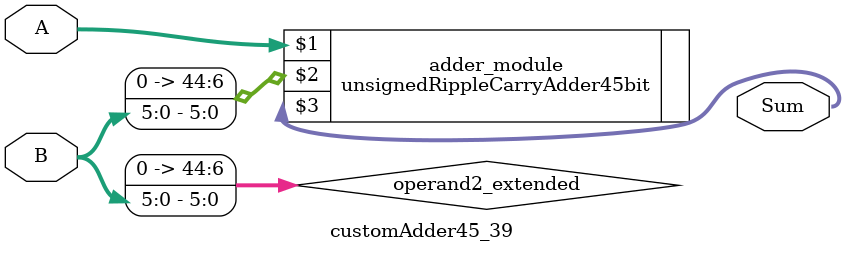
<source format=v>
module customAdder45_39(
                        input [44 : 0] A,
                        input [5 : 0] B,
                        
                        output [45 : 0] Sum
                );

        wire [44 : 0] operand2_extended;
        
        assign operand2_extended =  {39'b0, B};
        
        unsignedRippleCarryAdder45bit adder_module(
            A,
            operand2_extended,
            Sum
        );
        
        endmodule
        
</source>
